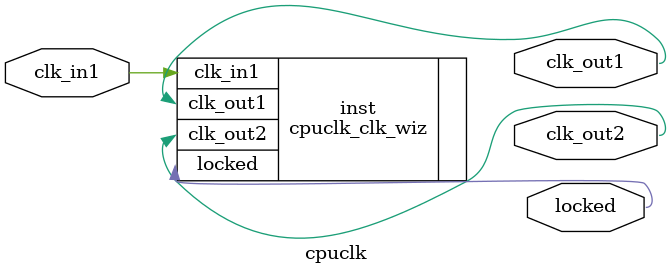
<source format=v>


`timescale 1ps/1ps

(* CORE_GENERATION_INFO = "cpuclk,clk_wiz_v6_0_2_0_0,{component_name=cpuclk,use_phase_alignment=true,use_min_o_jitter=false,use_max_i_jitter=false,use_dyn_phase_shift=false,use_inclk_switchover=false,use_dyn_reconfig=false,enable_axi=0,feedback_source=FDBK_AUTO,PRIMITIVE=PLL,num_out_clk=2,clkin1_period=10.000,clkin2_period=10.000,use_power_down=false,use_reset=false,use_locked=true,use_inclk_stopped=false,feedback_type=SINGLE,CLOCK_MGR_TYPE=NA,manual_override=false}" *)

module cpuclk 
 (
  // Clock out ports
  output        clk_out1,
  output        clk_out2,
  // Status and control signals
  output        locked,
 // Clock in ports
  input         clk_in1
 );

  cpuclk_clk_wiz inst
  (
  // Clock out ports  
  .clk_out1(clk_out1),
  .clk_out2(clk_out2),
  // Status and control signals               
  .locked(locked),
 // Clock in ports
  .clk_in1(clk_in1)
  );

endmodule

</source>
